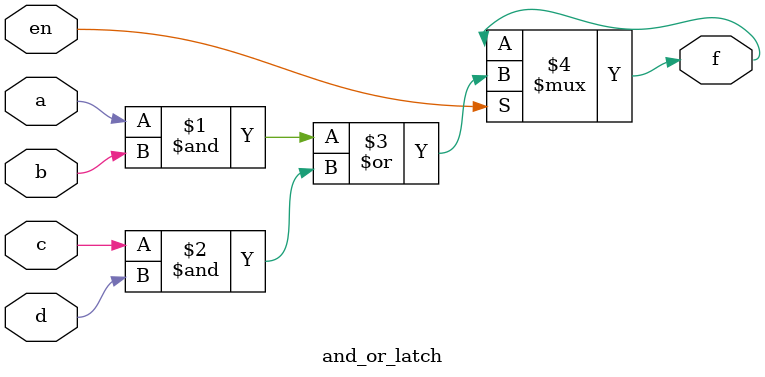
<source format=sv>
module and_or_latch(input      a ,
                    input      b ,
                    input      c ,
                    input      d ,
                    input      en,
                    output     f );

assign f = en ? (a&b)|(c&d) : f;

//wire e = (a&b)|(c&d);
//always @(en, e) begin
//  if(en) begin
//    f<=e;
//  end
//end

endmodule

</source>
